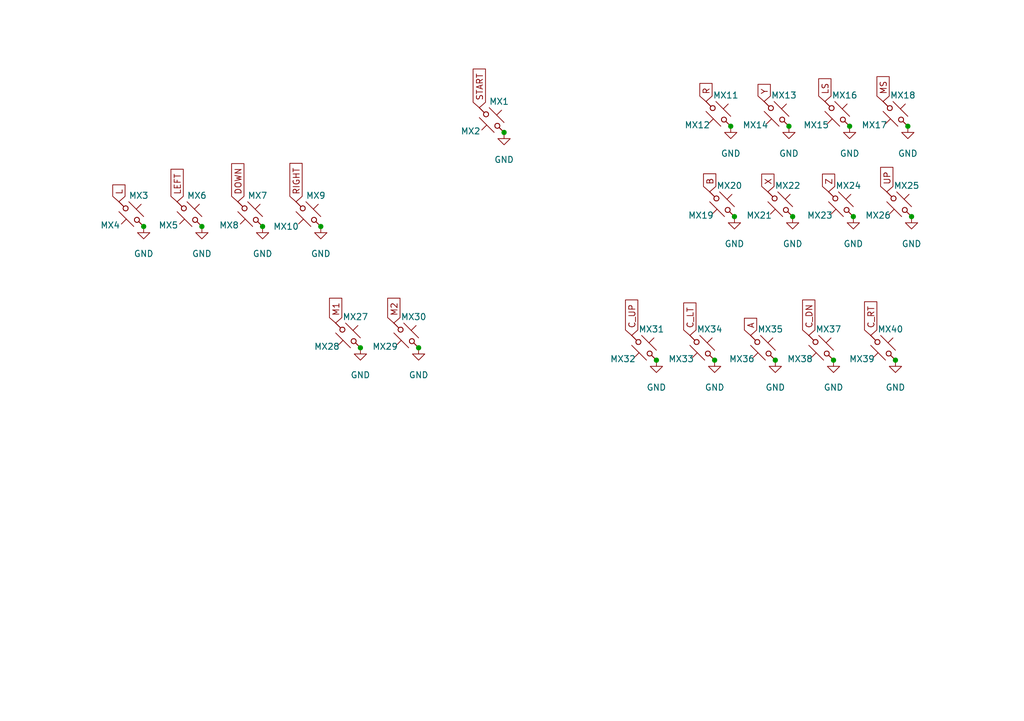
<source format=kicad_sch>
(kicad_sch (version 20230121) (generator eeschema)
  (paper "A5")
  (lib_symbols
    (symbol "PCM_marbastlib-mx:MX_SW_HS" (pin_numbers hide) (pin_names (offset 1.016) hide)
      (property "Reference" "MX" (at 3.048 1.016 0))
      (property "Value" "MX_SW_HS" (at 0 -3.81 0))
      (symbol "MX_SW_HS_0_1"
        (circle (center -1.1684 1.1684) (radius 0.508))
        (polyline (pts (xy -0.508 2.54) (xy 2.54 -0.508)))
        (polyline (pts (xy 1.016 1.016) (xy 2.032 2.032)))
        (polyline (pts (xy -2.54 2.54) (xy -1.524 1.524) (xy -1.524 1.524)))
        (polyline (pts (xy 1.524 -1.524) (xy 2.54 -2.54) (xy 2.54 -2.54) (xy 2.54 -2.54)))
        (circle (center 1.143 -1.1938) (radius 0.508))
        (pin passive line (at -2.54 2.54 0) (length 0) (name "1") (number "1"))
        (pin passive line (at 2.54 -2.54 180) (length 0) (name "2") (number "2"))
      )
    )
    (symbol "PCM_marbastlib-mx:MX_SW_solder" (pin_numbers hide) (pin_names (offset 1.016) hide)
      (property "Reference" "MX" (at 3.048 1.016 0))
      (property "Value" "MX_SW_solder" (at 0 -3.81 0))
      (symbol "MX_SW_solder_0_1"
        (circle (center -1.1684 1.1684) (radius 0.508))
        (polyline (pts (xy -0.508 2.54) (xy 2.54 -0.508)))
        (polyline (pts (xy 1.016 1.016) (xy 2.032 2.032)))
        (polyline (pts (xy -2.54 2.54) (xy -1.524 1.524) (xy -1.524 1.524)))
        (polyline (pts (xy 1.524 -1.524) (xy 2.54 -2.54) (xy 2.54 -2.54) (xy 2.54 -2.54)))
        (circle (center 1.143 -1.1938) (radius 0.508))
        (pin passive line (at -2.54 2.54 0) (length 0) (name "1") (number "1"))
        (pin passive line (at 2.54 -2.54 180) (length 0) (name "2") (number "2"))
      )
    )
    (symbol "power:GND" (power) (pin_names (offset 0))
      (property "Value" "GND" (at 0 -3.81 0))
      (symbol "GND_0_1"
        (polyline (pts (xy 0 0) (xy 0 -1.27) (xy 1.27 -1.27) (xy 0 -2.54) (xy -1.27 -1.27) (xy 0 -1.27)))
      )
      (symbol "GND_1_1"
        (pin power_in line (at 0 0 270) (length 0) hide (name "GND") (number "1"))
      )
    )
  )
  (junction (at 134.62 73.914))
  (junction (at 73.914 71.374))
  (junction (at 41.402 46.482))
  (junction (at 183.642 73.914))
  (junction (at 53.848 46.482))
  (junction (at 161.798 25.908))
  (junction (at 175.006 44.45))
  (junction (at 65.786 46.482))
  (junction (at 170.942 73.914))
  (junction (at 174.244 25.908))
  (junction (at 85.852 71.374))
  (junction (at 149.86 25.908))
  (junction (at 150.622 44.45))
  (junction (at 186.944 44.45))
  (junction (at 103.378 27.178))
  (junction (at 162.56 44.45))
  (junction (at 186.182 25.908))
  (junction (at 159.004 73.914))
  (junction (at 29.464 46.482))
  (junction (at 146.558 73.914))
  (global_label "LS" (shape input) (at 169.164 20.828 90) (property "Intersheetrefs" "${INTERSHEET_REFS}" (effects hide)))
  (global_label "M2" (shape input) (at 80.772 66.294 90) (property "Intersheetrefs" "${INTERSHEET_REFS}" (effects hide)))
  (global_label "C_DN" (shape input) (at 165.862 68.834 90) (property "Intersheetrefs" "${INTERSHEET_REFS}" (effects hide)))
  (global_label "Y" (shape input) (at 156.718 20.828 90) (property "Intersheetrefs" "${INTERSHEET_REFS}" (effects hide)))
  (global_label "C_RT" (shape input) (at 178.562 68.834 90) (property "Intersheetrefs" "${INTERSHEET_REFS}" (effects hide)))
  (global_label "X" (shape input) (at 157.48 39.37 90) (property "Intersheetrefs" "${INTERSHEET_REFS}" (effects hide)))
  (global_label "C_UP" (shape input) (at 129.54 68.834 90) (property "Intersheetrefs" "${INTERSHEET_REFS}" (effects hide)))
  (global_label "LEFT" (shape input) (at 36.322 41.402 90) (property "Intersheetrefs" "${INTERSHEET_REFS}" (effects hide)))
  (global_label "DOWN" (shape input) (at 48.768 41.402 90) (property "Intersheetrefs" "${INTERSHEET_REFS}" (effects hide)))
  (global_label "B" (shape input) (at 145.542 39.37 90) (property "Intersheetrefs" "${INTERSHEET_REFS}" (effects hide)))
  (global_label "L" (shape input) (at 24.384 41.402 90) (property "Intersheetrefs" "${INTERSHEET_REFS}" (effects hide)))
  (global_label "A" (shape input) (at 153.924 68.834 90) (property "Intersheetrefs" "${INTERSHEET_REFS}" (effects hide)))
  (global_label "Z" (shape input) (at 169.926 39.37 90) (property "Intersheetrefs" "${INTERSHEET_REFS}" (effects hide)))
  (global_label "M1" (shape input) (at 68.834 66.294 90) (property "Intersheetrefs" "${INTERSHEET_REFS}" (effects hide)))
  (global_label "MS" (shape input) (at 181.102 20.828 90) (property "Intersheetrefs" "${INTERSHEET_REFS}" (effects hide)))
  (global_label "R" (shape input) (at 144.78 20.828 90) (property "Intersheetrefs" "${INTERSHEET_REFS}" (effects hide)))
  (global_label "C_LT" (shape input) (at 141.478 68.834 90) (property "Intersheetrefs" "${INTERSHEET_REFS}" (effects hide)))
  (global_label "RIGHT" (shape input) (at 60.706 41.402 90) (property "Intersheetrefs" "${INTERSHEET_REFS}" (effects hide)))
  (global_label "UP" (shape input) (at 181.864 39.37 90) (property "Intersheetrefs" "${INTERSHEET_REFS}" (effects hide)))
  (global_label "START" (shape input) (at 98.298 22.098 90) (property "Intersheetrefs" "${INTERSHEET_REFS}" (effects hide)))
  (symbol (lib_id "PCM_marbastlib-mx:MX_SW_solder") (at 160.02 41.91 180) (unit 1) (in_bom no)
    (property "Reference" "MX21" (at 155.702 44.196 0))
    (property "Value" "MX_SW_solder" (effects hide))
    (property "Footprint" "PCM_marbastlib-mx:SW_MX_1u" (effects hide))
  )
  (symbol (lib_id "PCM_marbastlib-mx:MX_SW_HS") (at 159.258 23.368 0) (unit 1)
    (property "Reference" "MX13" (at 160.782 19.558 0))
    (property "Value" "MX_SW_HS" (effects hide))
    (property "Footprint" "PCM_marbastlib-mx:SW_MX_HS_1u" (effects hide))
  )
  (symbol (lib_id "power:GND") (at 161.798 25.908 0) (unit 1)
    (property "Reference" "#PWR038" (effects hide))
    (property "Value" "GND" (at 161.798 31.496 0))
  )
  (symbol (lib_id "PCM_marbastlib-mx:MX_SW_solder") (at 183.642 23.368 180) (unit 1) (in_bom no)
    (property "Reference" "MX17" (at 179.324 25.654 0))
    (property "Value" "MX_SW_solder" (effects hide))
    (property "Footprint" "PCM_marbastlib-mx:SW_MX_1u" (effects hide))
  )
  (symbol (lib_id "power:GND") (at 146.558 73.914 0) (unit 1)
    (property "Reference" "#PWR048" (effects hide))
    (property "Value" "GND" (at 146.558 79.502 0))
  )
  (symbol (lib_id "PCM_marbastlib-mx:MX_SW_HS") (at 156.464 71.374 0) (unit 1)
    (property "Reference" "MX35" (at 157.988 67.564 0))
    (property "Value" "MX_SW_HS" (effects hide))
    (property "Footprint" "PCM_marbastlib-mx:SW_MX_HS_1u" (effects hide))
  )
  (symbol (lib_id "PCM_marbastlib-mx:MX_SW_HS") (at 51.308 43.942 0) (unit 1)
    (property "Reference" "MX7" (at 52.832 40.132 0))
    (property "Value" "MX_SW_HS" (effects hide))
    (property "Footprint" "PCM_marbastlib-mx:SW_MX_HS_1u" (effects hide))
  )
  (symbol (lib_id "PCM_marbastlib-mx:MX_SW_solder") (at 171.704 23.368 180) (unit 1) (in_bom no)
    (property "Reference" "MX15" (at 167.386 25.654 0))
    (property "Value" "MX_SW_solder" (effects hide))
    (property "Footprint" "PCM_marbastlib-mx:SW_MX_1u" (effects hide))
  )
  (symbol (lib_id "power:GND") (at 134.62 73.914 0) (unit 1)
    (property "Reference" "#PWR047" (effects hide))
    (property "Value" "GND" (at 134.62 79.502 0))
  )
  (symbol (lib_id "PCM_marbastlib-mx:MX_SW_solder") (at 148.082 41.91 180) (unit 1) (in_bom no)
    (property "Reference" "MX19" (at 143.764 44.196 0))
    (property "Value" "MX_SW_solder" (effects hide))
    (property "Footprint" "PCM_marbastlib-mx:SW_MX_1u" (effects hide))
  )
  (symbol (lib_id "PCM_marbastlib-mx:MX_SW_solder") (at 172.466 41.91 180) (unit 1) (in_bom no)
    (property "Reference" "MX23" (at 168.148 44.196 0))
    (property "Value" "MX_SW_solder" (effects hide))
    (property "Footprint" "PCM_marbastlib-mx:SW_MX_1u" (effects hide))
  )
  (symbol (lib_id "PCM_marbastlib-mx:MX_SW_HS") (at 184.404 41.91 0) (unit 1)
    (property "Reference" "MX25" (at 185.928 38.1 0))
    (property "Value" "MX_SW_HS" (effects hide))
    (property "Footprint" "PCM_marbastlib-mx:SW_MX_HS_1u" (effects hide))
  )
  (symbol (lib_id "PCM_marbastlib-mx:MX_SW_solder") (at 156.464 71.374 180) (unit 1) (in_bom no)
    (property "Reference" "MX36" (at 152.146 73.66 0))
    (property "Value" "MX_SW_solder" (effects hide))
    (property "Footprint" "PCM_marbastlib-mx:SW_MX_1u" (effects hide))
  )
  (symbol (lib_id "power:GND") (at 162.56 44.45 0) (unit 1)
    (property "Reference" "#PWR042" (effects hide))
    (property "Value" "GND" (at 162.56 50.038 0))
  )
  (symbol (lib_id "power:GND") (at 175.006 44.45 0) (unit 1)
    (property "Reference" "#PWR043" (effects hide))
    (property "Value" "GND" (at 175.006 50.038 0))
  )
  (symbol (lib_id "PCM_marbastlib-mx:MX_SW_HS") (at 160.02 41.91 0) (unit 1)
    (property "Reference" "MX22" (at 161.544 38.1 0))
    (property "Value" "MX_SW_HS" (effects hide))
    (property "Footprint" "PCM_marbastlib-mx:SW_MX_HS_1u" (effects hide))
  )
  (symbol (lib_id "power:GND") (at 53.848 46.482 0) (unit 1)
    (property "Reference" "#PWR035" (effects hide))
    (property "Value" "GND" (at 53.848 52.07 0))
  )
  (symbol (lib_id "PCM_marbastlib-mx:MX_SW_solder") (at 83.312 68.834 180) (unit 1) (in_bom no)
    (property "Reference" "MX29" (at 78.994 71.12 0))
    (property "Value" "MX_SW_solder" (effects hide))
    (property "Footprint" "PCM_marbastlib-mx:SW_MX_1u" (effects hide))
  )
  (symbol (lib_id "PCM_marbastlib-mx:MX_SW_solder") (at 181.102 71.374 180) (unit 1) (in_bom no)
    (property "Reference" "MX39" (at 176.784 73.66 0))
    (property "Value" "MX_SW_solder" (effects hide))
    (property "Footprint" "PCM_marbastlib-mx:SW_MX_1u" (effects hide))
  )
  (symbol (lib_id "PCM_marbastlib-mx:MX_SW_HS") (at 181.102 71.374 0) (unit 1)
    (property "Reference" "MX40" (at 182.626 67.564 0))
    (property "Value" "MX_SW_HS" (effects hide))
    (property "Footprint" "PCM_marbastlib-mx:SW_MX_HS_1u" (effects hide))
  )
  (symbol (lib_id "PCM_marbastlib-mx:MX_SW_HS") (at 132.08 71.374 0) (unit 1)
    (property "Reference" "MX31" (at 133.604 67.564 0))
    (property "Value" "MX_SW_HS" (effects hide))
    (property "Footprint" "PCM_marbastlib-mx:SW_MX_HS_1u" (effects hide))
  )
  (symbol (lib_id "power:GND") (at 29.464 46.482 0) (unit 1)
    (property "Reference" "#PWR033" (effects hide))
    (property "Value" "GND" (at 29.464 52.07 0))
  )
  (symbol (lib_id "power:GND") (at 65.786 46.482 0) (unit 1)
    (property "Reference" "#PWR036" (effects hide))
    (property "Value" "GND" (at 65.786 52.07 0))
  )
  (symbol (lib_id "PCM_marbastlib-mx:MX_SW_HS") (at 171.704 23.368 0) (unit 1)
    (property "Reference" "MX16" (at 173.228 19.558 0))
    (property "Value" "MX_SW_HS" (effects hide))
    (property "Footprint" "PCM_marbastlib-mx:SW_MX_HS_1u" (effects hide))
  )
  (symbol (lib_id "PCM_marbastlib-mx:MX_SW_solder") (at 132.08 71.374 180) (unit 1) (in_bom no)
    (property "Reference" "MX32" (at 127.762 73.66 0))
    (property "Value" "MX_SW_solder" (effects hide))
    (property "Footprint" "PCM_marbastlib-mx:SW_MX_1u" (effects hide))
  )
  (symbol (lib_id "PCM_marbastlib-mx:MX_SW_HS") (at 147.32 23.368 0) (unit 1)
    (property "Reference" "MX11" (at 148.844 19.558 0))
    (property "Value" "MX_SW_HS" (effects hide))
    (property "Footprint" "PCM_marbastlib-mx:SW_MX_HS_1u" (effects hide))
  )
  (symbol (lib_id "power:GND") (at 159.004 73.914 0) (unit 1)
    (property "Reference" "#PWR049" (effects hide))
    (property "Value" "GND" (at 159.004 79.502 0))
  )
  (symbol (lib_id "PCM_marbastlib-mx:MX_SW_solder") (at 38.862 43.942 180) (unit 1) (in_bom no)
    (property "Reference" "MX5" (at 34.544 46.228 0))
    (property "Value" "MX_SW_solder" (effects hide))
    (property "Footprint" "PCM_marbastlib-mx:SW_MX_1u" (effects hide))
  )
  (symbol (lib_id "power:GND") (at 85.852 71.374 0) (unit 1)
    (property "Reference" "#PWR046" (effects hide))
    (property "Value" "GND" (at 85.852 76.962 0))
  )
  (symbol (lib_id "PCM_marbastlib-mx:MX_SW_HS") (at 71.374 68.834 0) (unit 1)
    (property "Reference" "MX27" (at 72.898 65.024 0))
    (property "Value" "MX_SW_HS" (effects hide))
    (property "Footprint" "PCM_marbastlib-mx:SW_MX_HS_1u" (effects hide))
  )
  (symbol (lib_id "PCM_marbastlib-mx:MX_SW_HS") (at 26.924 43.942 0) (unit 1)
    (property "Reference" "MX3" (at 28.448 40.132 0))
    (property "Value" "MX_SW_HS" (effects hide))
    (property "Footprint" "PCM_marbastlib-mx:SW_MX_HS_1u" (effects hide))
  )
  (symbol (lib_id "PCM_marbastlib-mx:MX_SW_HS") (at 148.082 41.91 0) (unit 1)
    (property "Reference" "MX20" (at 149.606 38.1 0))
    (property "Value" "MX_SW_HS" (effects hide))
    (property "Footprint" "PCM_marbastlib-mx:SW_MX_HS_1u" (effects hide))
  )
  (symbol (lib_id "power:GND") (at 186.182 25.908 0) (unit 1)
    (property "Reference" "#PWR040" (effects hide))
    (property "Value" "GND" (at 186.182 31.496 0))
  )
  (symbol (lib_id "power:GND") (at 150.622 44.45 0) (unit 1)
    (property "Reference" "#PWR041" (effects hide))
    (property "Value" "GND" (at 150.622 50.038 0))
  )
  (symbol (lib_id "PCM_marbastlib-mx:MX_SW_solder") (at 144.018 71.374 180) (unit 1) (in_bom no)
    (property "Reference" "MX33" (at 139.7 73.66 0))
    (property "Value" "MX_SW_solder" (effects hide))
    (property "Footprint" "PCM_marbastlib-mx:SW_MX_1u" (effects hide))
  )
  (symbol (lib_id "power:GND") (at 183.642 73.914 0) (unit 1)
    (property "Reference" "#PWR051" (effects hide))
    (property "Value" "GND" (at 183.642 79.502 0))
  )
  (symbol (lib_id "PCM_marbastlib-mx:MX_SW_HS") (at 83.312 68.834 0) (unit 1)
    (property "Reference" "MX30" (at 84.836 65.024 0))
    (property "Value" "MX_SW_HS" (effects hide))
    (property "Footprint" "PCM_marbastlib-mx:SW_MX_HS_1u" (effects hide))
  )
  (symbol (lib_id "power:GND") (at 174.244 25.908 0) (unit 1)
    (property "Reference" "#PWR039" (effects hide))
    (property "Value" "GND" (at 174.244 31.496 0))
  )
  (symbol (lib_id "PCM_marbastlib-mx:MX_SW_HS") (at 100.838 24.638 0) (unit 1)
    (property "Reference" "MX1" (at 102.362 20.828 0))
    (property "Value" "MX_SW_HS" (effects hide))
    (property "Footprint" "PCM_marbastlib-mx:SW_MX_HS_1u" (effects hide))
  )
  (symbol (lib_id "PCM_marbastlib-mx:MX_SW_solder") (at 26.924 43.942 180) (unit 1) (in_bom no)
    (property "Reference" "MX4" (at 22.606 46.228 0))
    (property "Value" "MX_SW_solder" (effects hide))
    (property "Footprint" "PCM_marbastlib-mx:SW_MX_1u" (effects hide))
  )
  (symbol (lib_id "PCM_marbastlib-mx:MX_SW_solder") (at 71.374 68.834 180) (unit 1) (in_bom no)
    (property "Reference" "MX28" (at 67.056 71.12 0))
    (property "Value" "MX_SW_solder" (effects hide))
    (property "Footprint" "PCM_marbastlib-mx:SW_MX_1u" (effects hide))
  )
  (symbol (lib_id "power:GND") (at 41.402 46.482 0) (unit 1)
    (property "Reference" "#PWR034" (effects hide))
    (property "Value" "GND" (at 41.402 52.07 0))
  )
  (symbol (lib_id "power:GND") (at 170.942 73.914 0) (unit 1)
    (property "Reference" "#PWR050" (effects hide))
    (property "Value" "GND" (at 170.942 79.502 0))
  )
  (symbol (lib_id "PCM_marbastlib-mx:MX_SW_HS") (at 63.246 43.942 0) (unit 1)
    (property "Reference" "MX9" (at 64.77 40.132 0))
    (property "Value" "MX_SW_HS" (effects hide))
    (property "Footprint" "PCM_marbastlib-mx:SW_MX_HS_1u" (effects hide))
  )
  (symbol (lib_id "PCM_marbastlib-mx:MX_SW_solder") (at 184.404 41.91 180) (unit 1) (in_bom no)
    (property "Reference" "MX26" (at 180.086 44.196 0))
    (property "Value" "MX_SW_solder" (effects hide))
    (property "Footprint" "PCM_marbastlib-mx:SW_MX_1u" (effects hide))
  )
  (symbol (lib_id "power:GND") (at 149.86 25.908 0) (unit 1)
    (property "Reference" "#PWR037" (effects hide))
    (property "Value" "GND" (at 149.86 31.496 0))
  )
  (symbol (lib_id "power:GND") (at 103.378 27.178 0) (unit 1)
    (property "Reference" "#PWR032" (effects hide))
    (property "Value" "GND" (at 103.378 32.766 0))
  )
  (symbol (lib_id "PCM_marbastlib-mx:MX_SW_HS") (at 168.402 71.374 0) (unit 1)
    (property "Reference" "MX37" (at 169.926 67.564 0))
    (property "Value" "MX_SW_HS" (effects hide))
    (property "Footprint" "PCM_marbastlib-mx:SW_MX_HS_1u" (effects hide))
  )
  (symbol (lib_id "power:GND") (at 186.944 44.45 0) (unit 1)
    (property "Reference" "#PWR044" (effects hide))
    (property "Value" "GND" (at 186.944 50.038 0))
  )
  (symbol (lib_id "PCM_marbastlib-mx:MX_SW_solder") (at 147.32 23.368 180) (unit 1) (in_bom no)
    (property "Reference" "MX12" (at 143.002 25.654 0))
    (property "Value" "MX_SW_solder" (effects hide))
    (property "Footprint" "PCM_marbastlib-mx:SW_MX_1u" (effects hide))
  )
  (symbol (lib_id "PCM_marbastlib-mx:MX_SW_solder") (at 100.838 24.638 180) (unit 1) (in_bom no)
    (property "Reference" "MX2" (at 96.52 26.924 0))
    (property "Value" "MX_SW_solder" (effects hide))
    (property "Footprint" "PCM_marbastlib-mx:SW_MX_1u" (effects hide))
  )
  (symbol (lib_id "PCM_marbastlib-mx:MX_SW_HS") (at 183.642 23.368 0) (unit 1)
    (property "Reference" "MX18" (at 185.166 19.558 0))
    (property "Value" "MX_SW_HS" (effects hide))
    (property "Footprint" "PCM_marbastlib-mx:SW_MX_HS_1u" (effects hide))
  )
  (symbol (lib_id "PCM_marbastlib-mx:MX_SW_HS") (at 144.018 71.374 0) (unit 1)
    (property "Reference" "MX34" (at 145.542 67.564 0))
    (property "Value" "MX_SW_HS" (effects hide))
    (property "Footprint" "PCM_marbastlib-mx:SW_MX_HS_1u" (effects hide))
  )
  (symbol (lib_id "PCM_marbastlib-mx:MX_SW_HS") (at 172.466 41.91 0) (unit 1)
    (property "Reference" "MX24" (at 173.99 38.1 0))
    (property "Value" "MX_SW_HS" (effects hide))
    (property "Footprint" "PCM_marbastlib-mx:SW_MX_HS_1u" (effects hide))
  )
  (symbol (lib_id "PCM_marbastlib-mx:MX_SW_solder") (at 63.246 43.942 180) (unit 1) (in_bom no)
    (property "Reference" "MX10" (at 58.674 46.482 0))
    (property "Value" "MX_SW_solder" (effects hide))
    (property "Footprint" "PCM_marbastlib-mx:SW_MX_1u" (effects hide))
  )
  (symbol (lib_id "PCM_marbastlib-mx:MX_SW_solder") (at 51.308 43.942 180) (unit 1) (in_bom no)
    (property "Reference" "MX8" (at 46.99 46.228 0))
    (property "Value" "MX_SW_solder" (effects hide))
    (property "Footprint" "PCM_marbastlib-mx:SW_MX_1u" (effects hide))
  )
  (symbol (lib_id "PCM_marbastlib-mx:MX_SW_HS") (at 38.862 43.942 0) (unit 1)
    (property "Reference" "MX6" (at 40.386 40.132 0))
    (property "Value" "MX_SW_HS" (effects hide))
    (property "Footprint" "PCM_marbastlib-mx:SW_MX_HS_1u" (effects hide))
  )
  (symbol (lib_id "PCM_marbastlib-mx:MX_SW_solder") (at 168.402 71.374 180) (unit 1) (in_bom no)
    (property "Reference" "MX38" (at 164.084 73.66 0))
    (property "Value" "MX_SW_solder" (effects hide))
    (property "Footprint" "PCM_marbastlib-mx:SW_MX_1u" (effects hide))
  )
  (symbol (lib_id "power:GND") (at 73.914 71.374 0) (unit 1)
    (property "Reference" "#PWR045" (effects hide))
    (property "Value" "GND" (at 73.914 76.962 0))
  )
  (symbol (lib_id "PCM_marbastlib-mx:MX_SW_solder") (at 159.258 23.368 180) (unit 1) (in_bom no)
    (property "Reference" "MX14" (at 154.94 25.654 0))
    (property "Value" "MX_SW_solder" (effects hide))
    (property "Footprint" "PCM_marbastlib-mx:SW_MX_1u" (effects hide))
  )
)
</source>
